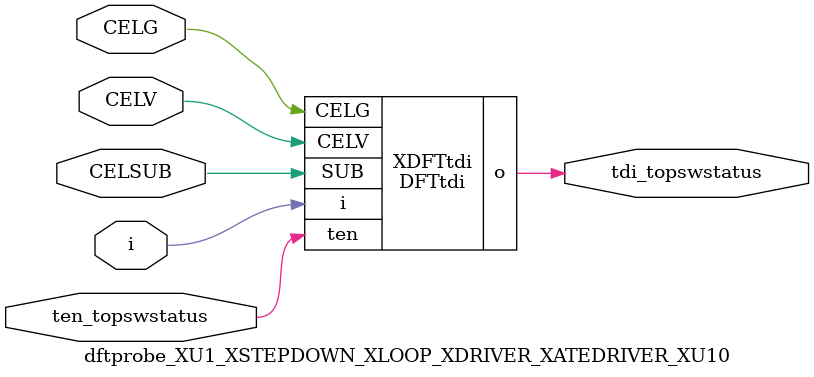
<source format=v>


module DFTtdi ( o, CELV, SUB, i, ten, CELG );

  input CELV;
  input ten;
  input i;
  output o;
  input CELG;
  input SUB;
endmodule


module dftprobe_XU1_XSTEPDOWN_XLOOP_XDRIVER_XATEDRIVER_XU10 (i,tdi_topswstatus,ten_topswstatus,CELG,CELSUB,CELV);
input  i;
output  tdi_topswstatus;
input  ten_topswstatus;
input  CELG;
input  CELSUB;
input  CELV;

DFTtdi XDFTtdi(
  .i (i),
  .o (tdi_topswstatus),
  .ten (ten_topswstatus),
  .CELG (CELG),
  .SUB (CELSUB),
  .CELV (CELV)
);

endmodule


</source>
